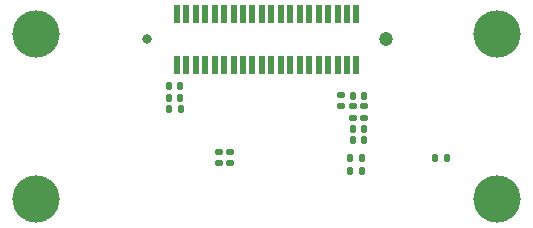
<source format=gbr>
%TF.GenerationSoftware,KiCad,Pcbnew,(7.0.0)*%
%TF.CreationDate,2023-04-19T19:20:55+08:00*%
%TF.ProjectId,Commander,436f6d6d-616e-4646-9572-2e6b69636164,rev?*%
%TF.SameCoordinates,Original*%
%TF.FileFunction,Soldermask,Bot*%
%TF.FilePolarity,Negative*%
%FSLAX46Y46*%
G04 Gerber Fmt 4.6, Leading zero omitted, Abs format (unit mm)*
G04 Created by KiCad (PCBNEW (7.0.0)) date 2023-04-19 19:20:55*
%MOMM*%
%LPD*%
G01*
G04 APERTURE LIST*
G04 Aperture macros list*
%AMRoundRect*
0 Rectangle with rounded corners*
0 $1 Rounding radius*
0 $2 $3 $4 $5 $6 $7 $8 $9 X,Y pos of 4 corners*
0 Add a 4 corners polygon primitive as box body*
4,1,4,$2,$3,$4,$5,$6,$7,$8,$9,$2,$3,0*
0 Add four circle primitives for the rounded corners*
1,1,$1+$1,$2,$3*
1,1,$1+$1,$4,$5*
1,1,$1+$1,$6,$7*
1,1,$1+$1,$8,$9*
0 Add four rect primitives between the rounded corners*
20,1,$1+$1,$2,$3,$4,$5,0*
20,1,$1+$1,$4,$5,$6,$7,0*
20,1,$1+$1,$6,$7,$8,$9,0*
20,1,$1+$1,$8,$9,$2,$3,0*%
G04 Aperture macros list end*
%ADD10C,4.000000*%
%ADD11RoundRect,0.147500X0.172500X-0.147500X0.172500X0.147500X-0.172500X0.147500X-0.172500X-0.147500X0*%
%ADD12C,0.800000*%
%ADD13C,1.200000*%
%ADD14R,0.550000X1.550000*%
%ADD15RoundRect,0.140000X-0.140000X-0.170000X0.140000X-0.170000X0.140000X0.170000X-0.140000X0.170000X0*%
%ADD16RoundRect,0.135000X-0.185000X0.135000X-0.185000X-0.135000X0.185000X-0.135000X0.185000X0.135000X0*%
%ADD17RoundRect,0.135000X0.135000X0.185000X-0.135000X0.185000X-0.135000X-0.185000X0.135000X-0.185000X0*%
%ADD18RoundRect,0.140000X-0.170000X0.140000X-0.170000X-0.140000X0.170000X-0.140000X0.170000X0.140000X0*%
%ADD19RoundRect,0.135000X-0.135000X-0.185000X0.135000X-0.185000X0.135000X0.185000X-0.135000X0.185000X0*%
G04 APERTURE END LIST*
D10*
%TO.C,J4*%
X119800000Y-64675000D03*
X119800000Y-78675000D03*
X158792442Y-78673977D03*
X158800000Y-64675000D03*
%TD*%
D11*
%TO.C,FB1*%
X147564999Y-71815002D03*
X147564999Y-70845002D03*
%TD*%
D12*
%TO.C,j2*%
X129200000Y-65175000D03*
D13*
X149400000Y-65175000D03*
D14*
X146899999Y-67324999D03*
X146899999Y-63024999D03*
X146099999Y-67324999D03*
X146099999Y-63024999D03*
X145299999Y-67324999D03*
X145299999Y-63024999D03*
X144499999Y-67324999D03*
X144499999Y-63024999D03*
X143699999Y-67324999D03*
X143699999Y-63024999D03*
X142899999Y-67324999D03*
X142899999Y-63024999D03*
X142099999Y-67324999D03*
X142099999Y-63024999D03*
X141299999Y-67324999D03*
X141299999Y-63024999D03*
X140499999Y-67324999D03*
X140499999Y-63024999D03*
X139699999Y-67324999D03*
X139699999Y-63024999D03*
X138899999Y-67324999D03*
X138899999Y-63024999D03*
X138099999Y-67324999D03*
X138099999Y-63024999D03*
X137299999Y-67324999D03*
X137299999Y-63024999D03*
X136499999Y-67324999D03*
X136499999Y-63024999D03*
X135699999Y-63024999D03*
X135699999Y-67324999D03*
X134899999Y-63024999D03*
X134899999Y-67324999D03*
X134099999Y-63024999D03*
X134099999Y-67324999D03*
X133299999Y-63024999D03*
X133299999Y-67324999D03*
X132499999Y-63024999D03*
X132499999Y-67324999D03*
X131699999Y-63024999D03*
X131699999Y-67324999D03*
%TD*%
D15*
%TO.C,C1*%
X146585000Y-72730000D03*
X147545000Y-72730000D03*
%TD*%
%TO.C,C3*%
X146610000Y-69930000D03*
X147570000Y-69930000D03*
%TD*%
D16*
%TO.C,R1*%
X146615000Y-70820000D03*
X146615000Y-71840000D03*
%TD*%
D17*
%TO.C,R14*%
X154610000Y-75175000D03*
X153590000Y-75175000D03*
%TD*%
D18*
%TO.C,C9*%
X135225000Y-74695000D03*
X135225000Y-75655000D03*
%TD*%
D19*
%TO.C,R12*%
X146365000Y-76275000D03*
X147385000Y-76275000D03*
%TD*%
%TO.C,R11*%
X146365000Y-75250000D03*
X147385000Y-75250000D03*
%TD*%
D15*
%TO.C,C6*%
X131040000Y-69150000D03*
X132000000Y-69150000D03*
%TD*%
%TO.C,C5*%
X131040000Y-70110000D03*
X132000000Y-70110000D03*
%TD*%
D18*
%TO.C,C4*%
X145610000Y-69880000D03*
X145610000Y-70840000D03*
%TD*%
%TO.C,C10*%
X136200000Y-74690000D03*
X136200000Y-75650000D03*
%TD*%
D15*
%TO.C,C2*%
X146580000Y-73679999D03*
X147540000Y-73679999D03*
%TD*%
%TO.C,C7*%
X131050000Y-71080000D03*
X132010000Y-71080000D03*
%TD*%
M02*

</source>
